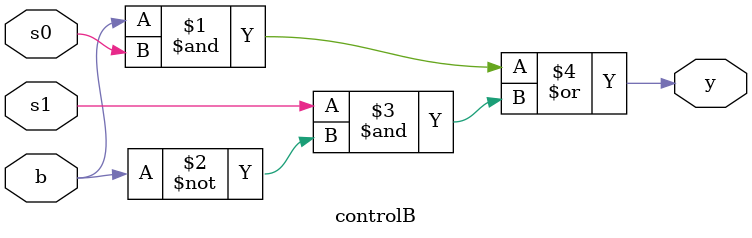
<source format=v>


module controlB ( b ,s0 ,s1 ,y );

input b,s0,s1;
output y;

assign y = (b & s0) | (s1 & (~b)) ;

//}} End of automatically maintained section

// Enter your statements here //

endmodule

</source>
